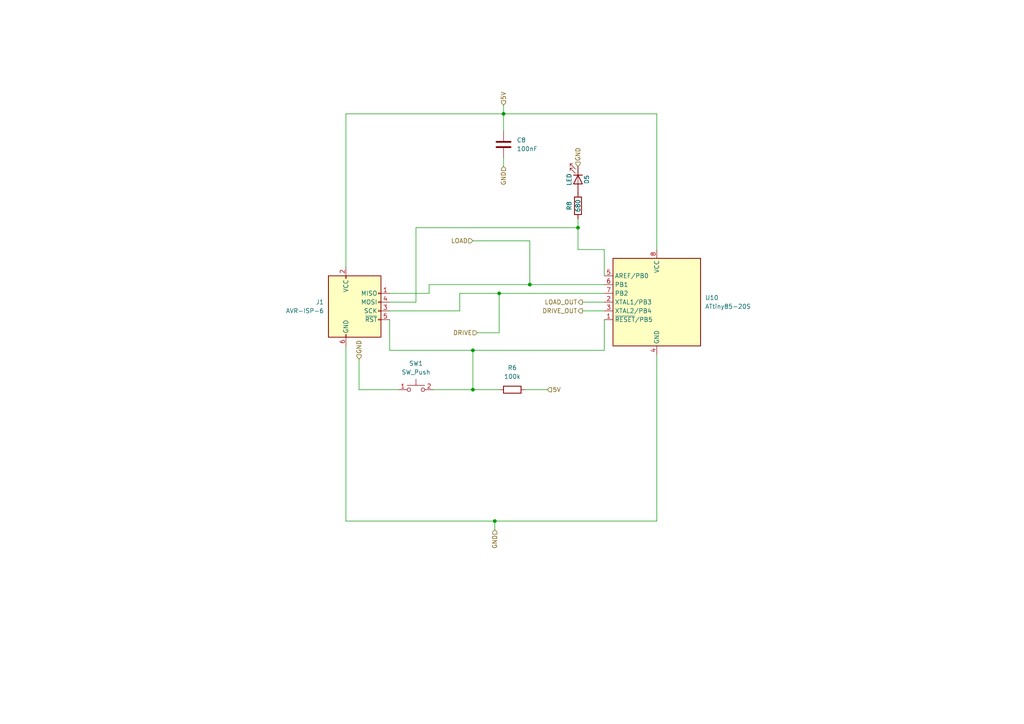
<source format=kicad_sch>
(kicad_sch (version 20211123) (generator eeschema)
  (paper "A4")
  (lib_symbols
    (symbol "Connector:AVR-ISP-6" (pin_names (offset 1.016))
      (property "Reference" "J" (at -6.35 11.43 0))
      (property "Value" "AVR-ISP-6" (at 0 11.43 0))
      (symbol "AVR-ISP-6_0_1"
        (rectangle (start -2.667 -6.858) (end -2.413 -7.62))
        (rectangle (start -2.667 10.16) (end -2.413 9.398))
        (rectangle (start 7.62 -2.413) (end 6.858 -2.667))
        (rectangle (start 7.62 0.127) (end 6.858 -0.127))
        (rectangle (start 7.62 2.667) (end 6.858 2.413))
        (rectangle (start 7.62 5.207) (end 6.858 4.953))
        (rectangle (start 7.62 10.16) (end -7.62 -7.62) (stroke (width 0.254)) (fill (type background)))
      )
      (symbol "AVR-ISP-6_1_1"
        (pin passive line (at 10.16 5.08 180) (length 2.54) (name "MISO") (number "1"))
        (pin passive line (at -2.54 12.7 270) (length 2.54) (name "VCC") (number "2"))
        (pin passive line (at 10.16 0 180) (length 2.54) (name "SCK") (number "3"))
        (pin passive line (at 10.16 2.54 180) (length 2.54) (name "MOSI") (number "4"))
        (pin passive line (at 10.16 -2.54 180) (length 2.54) (name "~{RST}") (number "5"))
        (pin passive line (at -2.54 -10.16 90) (length 2.54) (name "GND") (number "6"))
      )
    )
    (symbol "Device:C" (pin_numbers hide) (pin_names (offset 0.254))
      (property "Reference" "C" (at 0.635 2.54 0))
      (property "Value" "C" (at 0.635 -2.54 0))
      (symbol "C_0_1"
        (polyline (pts (xy -2.032 -0.762) (xy 2.032 -0.762)) (stroke (width 0.508)))
        (polyline (pts (xy -2.032 0.762) (xy 2.032 0.762)) (stroke (width 0.508)))
      )
      (symbol "C_1_1"
        (pin passive line (at 0 3.81 270) (length 2.794) (name "~") (number "1"))
        (pin passive line (at 0 -3.81 90) (length 2.794) (name "~") (number "2"))
      )
    )
    (symbol "Device:LED" (pin_numbers hide) (pin_names (offset 1.016) hide)
      (property "Reference" "D" (at 0 2.54 0))
      (property "Value" "LED" (at 0 -2.54 0))
      (symbol "LED_0_1"
        (polyline (pts (xy -1.27 -1.27) (xy -1.27 1.27)) (stroke (width 0.254)))
        (polyline (pts (xy -1.27 0) (xy 1.27 0)))
        (polyline (pts (xy 1.27 -1.27) (xy 1.27 1.27) (xy -1.27 0) (xy 1.27 -1.27)) (stroke (width 0.254)))
        (polyline (pts (xy -3.048 -0.762) (xy -4.572 -2.286) (xy -3.81 -2.286) (xy -4.572 -2.286) (xy -4.572 -1.524)))
        (polyline (pts (xy -1.778 -0.762) (xy -3.302 -2.286) (xy -2.54 -2.286) (xy -3.302 -2.286) (xy -3.302 -1.524)))
      )
      (symbol "LED_1_1"
        (pin passive line (at -3.81 0 0) (length 2.54) (name "K") (number "1"))
        (pin passive line (at 3.81 0 180) (length 2.54) (name "A") (number "2"))
      )
    )
    (symbol "Device:R" (pin_numbers hide) (pin_names (offset 0))
      (property "Reference" "R" (at 2.032 0 90))
      (property "Value" "R" (at 0 0 90))
      (symbol "R_0_1"
        (rectangle (start -1.016 -2.54) (end 1.016 2.54) (stroke (width 0.254)))
      )
      (symbol "R_1_1"
        (pin passive line (at 0 3.81 270) (length 1.27) (name "~") (number "1"))
        (pin passive line (at 0 -3.81 90) (length 1.27) (name "~") (number "2"))
      )
    )
    (symbol "Eralp's Library:SW_Push" (pin_names (offset 1.016) hide)
      (property "Reference" "SW" (at 1.27 2.54 0))
      (property "Value" "SW_Push" (at 0 -1.524 0))
      (symbol "SW_Push_0_1"
        (circle (center -2.032 0) (radius 0.508))
        (polyline (pts (xy 0 1.27) (xy 0 3.048)))
        (polyline (pts (xy 2.54 1.27) (xy -2.54 1.27)))
        (circle (center 2.032 0) (radius 0.508))
        (pin passive line (at -5.08 0 0) (length 2.54) (name "1") (number "1"))
        (pin passive line (at 5.08 0 180) (length 2.54) (name "2") (number "2"))
      )
    )
    (symbol "MCU_Microchip_ATtiny:ATtiny85-20S"
      (property "Reference" "U" (at -12.7 13.97 0))
      (property "Value" "ATtiny85-20S" (at 2.54 -13.97 0))
      (symbol "ATtiny85-20S_0_1"
        (rectangle (start -12.7 -12.7) (end 12.7 12.7) (stroke (width 0.254)) (fill (type background)))
      )
      (symbol "ATtiny85-20S_1_1"
        (pin bidirectional line (at 15.24 -5.08 180) (length 2.54) (name "~{RESET}/PB5") (number "1"))
        (pin bidirectional line (at 15.24 0 180) (length 2.54) (name "XTAL1/PB3") (number "2"))
        (pin bidirectional line (at 15.24 -2.54 180) (length 2.54) (name "XTAL2/PB4") (number "3"))
        (pin power_in line (at 0 -15.24 90) (length 2.54) (name "GND") (number "4"))
        (pin bidirectional line (at 15.24 7.62 180) (length 2.54) (name "AREF/PB0") (number "5"))
        (pin bidirectional line (at 15.24 5.08 180) (length 2.54) (name "PB1") (number "6"))
        (pin bidirectional line (at 15.24 2.54 180) (length 2.54) (name "PB2") (number "7"))
        (pin power_in line (at 0 15.24 270) (length 2.54) (name "VCC") (number "8"))
      )
    )
  )
  (junction (at 167.64 66.04))
  (junction (at 137.16 113.03))
  (junction (at 153.67 82.55))
  (junction (at 144.78 85.09))
  (junction (at 146.05 33.02))
  (junction (at 143.51 151.13))
  (junction (at 137.16 101.6))
  (wire (pts (xy 175.26 72.39) (xy 175.26 80.01)))
  (wire (pts (xy 113.03 92.71) (xy 113.03 101.6)))
  (wire (pts (xy 104.14 104.14) (xy 104.14 113.03)))
  (wire (pts (xy 190.5 102.87) (xy 190.5 151.13)))
  (wire (pts (xy 100.33 33.02) (xy 146.05 33.02)))
  (wire (pts (xy 113.03 90.17) (xy 133.35 90.17)))
  (wire (pts (xy 146.05 33.02) (xy 146.05 38.1)))
  (wire (pts (xy 137.16 113.03) (xy 144.78 113.03)))
  (wire (pts (xy 143.51 151.13) (xy 190.5 151.13)))
  (wire (pts (xy 167.64 72.39) (xy 175.26 72.39)))
  (wire (pts (xy 133.35 90.17) (xy 133.35 85.09)))
  (wire (pts (xy 144.78 85.09) (xy 175.26 85.09)))
  (wire (pts (xy 113.03 101.6) (xy 137.16 101.6)))
  (wire (pts (xy 100.33 100.33) (xy 100.33 151.13)))
  (wire (pts (xy 168.91 87.63) (xy 175.26 87.63)))
  (wire (pts (xy 100.33 77.47) (xy 100.33 33.02)))
  (wire (pts (xy 113.03 87.63) (xy 120.65 87.63)))
  (wire (pts (xy 113.03 85.09) (xy 124.46 85.09)))
  (wire (pts (xy 137.16 101.6) (xy 175.26 101.6)))
  (wire (pts (xy 153.67 69.85) (xy 137.16 69.85)))
  (wire (pts (xy 144.78 85.09) (xy 144.78 96.52)))
  (wire (pts (xy 143.51 151.13) (xy 143.51 153.67)))
  (wire (pts (xy 120.65 87.63) (xy 120.65 66.04)))
  (wire (pts (xy 144.78 96.52) (xy 138.43 96.52)))
  (wire (pts (xy 167.64 63.5) (xy 167.64 66.04)))
  (wire (pts (xy 146.05 30.48) (xy 146.05 33.02)))
  (wire (pts (xy 104.14 113.03) (xy 115.57 113.03)))
  (wire (pts (xy 152.4 113.03) (xy 158.75 113.03)))
  (wire (pts (xy 146.05 45.72) (xy 146.05 48.26)))
  (wire (pts (xy 133.35 85.09) (xy 144.78 85.09)))
  (wire (pts (xy 124.46 85.09) (xy 124.46 82.55)))
  (wire (pts (xy 167.64 66.04) (xy 167.64 72.39)))
  (wire (pts (xy 175.26 101.6) (xy 175.26 92.71)))
  (wire (pts (xy 137.16 101.6) (xy 137.16 113.03)))
  (wire (pts (xy 153.67 82.55) (xy 175.26 82.55)))
  (wire (pts (xy 146.05 33.02) (xy 190.5 33.02)))
  (wire (pts (xy 190.5 33.02) (xy 190.5 72.39)))
  (wire (pts (xy 125.73 113.03) (xy 137.16 113.03)))
  (wire (pts (xy 120.65 66.04) (xy 167.64 66.04)))
  (wire (pts (xy 124.46 82.55) (xy 153.67 82.55)))
  (wire (pts (xy 168.91 90.17) (xy 175.26 90.17)))
  (wire (pts (xy 153.67 69.85) (xy 153.67 82.55)))
  (wire (pts (xy 100.33 151.13) (xy 143.51 151.13)))
  (hierarchical_label "GND" (shape input) (at 104.14 104.14 90))
  (hierarchical_label "DRIVE_OUT" (shape output) (at 168.91 90.17 180))
  (hierarchical_label "GND" (shape input) (at 143.51 153.67 270))
  (hierarchical_label "LOAD_OUT" (shape output) (at 168.91 87.63 180))
  (hierarchical_label "GND" (shape input) (at 167.64 48.26 90))
  (hierarchical_label "5V" (shape input) (at 158.75 113.03 0))
  (hierarchical_label "DRIVE" (shape input) (at 138.43 96.52 180))
  (hierarchical_label "GND" (shape input) (at 146.05 48.26 270))
  (hierarchical_label "LOAD" (shape input) (at 137.16 69.85 180))
  (hierarchical_label "5V" (shape input) (at 146.05 30.48 90))
  (symbol (lib_id "MCU_Microchip_ATtiny:ATtiny85-20S") (at 190.5 87.63 0) (mirror y) (unit 1)
    (property "Reference" "U10" (at 204.47 86.3599 0) (effects (justify right)))
    (property "Value" "ATtiny85-20S" (at 204.47 88.8999 0) (effects (justify right)))
    (property "Footprint" "Package_SO:SOIC-8W_5.3x5.3mm_P1.27mm" (effects hide))
    (property "Datasheet" "http://ww1.microchip.com/downloads/en/DeviceDoc/atmel-2586-avr-8-bit-microcontroller-attiny25-attiny45-attiny85_datasheet.pdf" (effects hide))
  )
  (symbol (lib_id "Device:R") (at 167.64 59.69 180) (unit 1)
    (property "Reference" "R8" (at 165.1 59.69 90))
    (property "Value" "680" (at 167.64 59.69 90))
    (property "Footprint" "Resistor_SMD:R_0805_2012Metric_Pad1.20x1.40mm_HandSolder" (effects hide))
  )
  (symbol (lib_id "Device:C") (at 146.05 41.91 0) (unit 1)
    (property "Reference" "C8" (at 149.86 40.6399 0) (effects (justify left)))
    (property "Value" "100nF" (at 149.86 43.1799 0) (effects (justify left)))
    (property "Footprint" "Capacitor_SMD:C_0805_2012Metric_Pad1.18x1.45mm_HandSolder" (effects hide))
  )
  (symbol (lib_id "Connector:AVR-ISP-6") (at 102.87 90.17 0) (unit 1)
    (property "Reference" "J1" (at 93.98 87.6299 0) (effects (justify right)))
    (property "Value" "AVR-ISP-6" (at 93.98 90.1699 0) (effects (justify right)))
    (property "Footprint" "Connector_PinHeader_2.54mm:PinHeader_2x03_P2.54mm_Vertical" (effects hide))
    (property "Datasheet" " ~" (effects hide))
  )
  (symbol (lib_id "Device:R") (at 148.59 113.03 90) (unit 1)
    (property "Reference" "R6" (at 148.59 106.68 90))
    (property "Value" "100k" (at 148.59 109.22 90))
    (property "Footprint" "Resistor_SMD:R_0805_2012Metric_Pad1.20x1.40mm_HandSolder" (effects hide))
  )
  (symbol (lib_id "Device:LED") (at 167.64 52.07 270) (unit 1)
    (property "Reference" "D5" (at 170.18 52.07 0))
    (property "Value" "LED" (at 165.1 52.07 0))
    (property "Footprint" "LED_SMD:LED_0805_2012Metric_Pad1.15x1.40mm_HandSolder" (effects hide))
  )
  (symbol (lib_id "Eralp's Library:SW_Push") (at 120.65 113.03 0) (unit 1)
    (property "Reference" "SW1" (at 120.65 105.41 0))
    (property "Value" "SW_Push" (at 120.65 107.95 0))
    (property "Footprint" "Button_Switch_SMD:13019319" (effects hide))
  )
)
</source>
